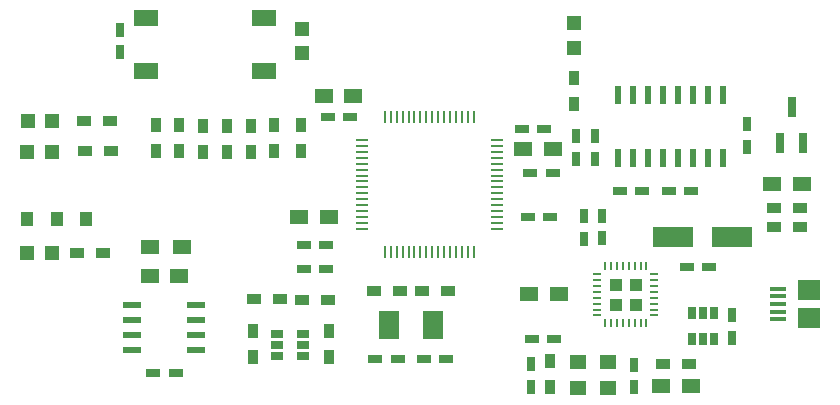
<source format=gtp>
G04 #@! TF.FileFunction,Paste,Top*
%FSLAX46Y46*%
G04 Gerber Fmt 4.6, Leading zero omitted, Abs format (unit mm)*
G04 Created by KiCad (PCBNEW 4.0.0-rc1-stable) date 08/11/2015 16:00:56*
%MOMM*%
G01*
G04 APERTURE LIST*
%ADD10C,0.100000*%
%ADD11R,1.500000X1.250000*%
%ADD12R,0.750000X1.200000*%
%ADD13R,1.200000X0.750000*%
%ADD14R,1.198880X1.198880*%
%ADD15R,3.500120X1.800860*%
%ADD16R,0.650000X1.060000*%
%ADD17R,0.700000X0.250000*%
%ADD18R,0.250000X0.700000*%
%ADD19R,1.035000X1.035000*%
%ADD20R,1.000000X1.200000*%
%ADD21R,1.400000X1.200000*%
%ADD22R,1.900000X1.800000*%
%ADD23R,1.350000X0.400000*%
%ADD24R,0.800100X1.800860*%
%ADD25R,0.900000X1.200000*%
%ADD26R,1.200000X0.900000*%
%ADD27R,1.500000X1.300000*%
%ADD28R,2.100000X1.400000*%
%ADD29R,1.060000X0.650000*%
%ADD30R,1.550000X0.600000*%
%ADD31R,0.600000X1.500000*%
%ADD32R,0.250000X1.000000*%
%ADD33R,1.000000X0.250000*%
%ADD34R,1.700000X2.400000*%
G04 APERTURE END LIST*
D10*
D11*
X184718640Y-95834200D03*
X187218640Y-95834200D03*
D12*
X181330600Y-106954280D03*
X181330600Y-108854280D03*
X164266880Y-111114800D03*
X164266880Y-113014800D03*
D11*
X175330800Y-112963960D03*
X177830800Y-112963960D03*
X166654800Y-105140760D03*
X164154800Y-105140760D03*
D12*
X173004480Y-111135120D03*
X173004480Y-113035120D03*
X170322240Y-100446880D03*
X170322240Y-98546880D03*
D13*
X177485000Y-102880160D03*
X179385000Y-102880160D03*
X166283680Y-108950760D03*
X164383680Y-108950760D03*
D12*
X168788080Y-100472280D03*
X168788080Y-98572280D03*
X129473960Y-84714120D03*
X129473960Y-82814120D03*
D13*
X153012180Y-110675420D03*
X151112180Y-110675420D03*
X155226980Y-110675420D03*
X157126980Y-110675420D03*
D11*
X134523800Y-103657400D03*
X132023800Y-103657400D03*
D13*
X134223800Y-111871760D03*
X132323800Y-111871760D03*
X171836040Y-96433640D03*
X173736040Y-96433640D03*
X175986400Y-96433640D03*
X177886400Y-96433640D03*
D12*
X169738040Y-91810800D03*
X169738040Y-93710800D03*
X182559960Y-90779560D03*
X182559960Y-92679560D03*
X168087040Y-91810800D03*
X168087040Y-93710800D03*
D11*
X163631560Y-92857320D03*
X166131560Y-92857320D03*
X149250720Y-88376760D03*
X146750720Y-88376760D03*
D13*
X147076120Y-90164920D03*
X148976120Y-90164920D03*
X164251600Y-94894400D03*
X166151600Y-94894400D03*
X145049200Y-101041200D03*
X146949200Y-101041200D03*
X165420080Y-91216480D03*
X163520080Y-91216480D03*
X146949200Y-103063040D03*
X145049200Y-103063040D03*
X165938240Y-98618040D03*
X164038240Y-98618040D03*
D11*
X147173000Y-98602800D03*
X144673000Y-98602800D03*
D14*
X144927320Y-82689700D03*
X144927320Y-84787740D03*
D15*
X176347120Y-100304600D03*
X181345840Y-100304600D03*
D14*
X121638060Y-101701600D03*
X123736100Y-101701600D03*
X167944800Y-82237580D03*
X167944800Y-84335620D03*
X121673620Y-90525600D03*
X123771660Y-90525600D03*
X121663460Y-93151960D03*
X123761500Y-93151960D03*
D16*
X179796480Y-106804280D03*
X178846480Y-106804280D03*
X177896480Y-106804280D03*
X177896480Y-109004280D03*
X179796480Y-109004280D03*
X178846480Y-109004280D03*
D17*
X174728840Y-106982200D03*
X174728840Y-106482200D03*
X174728840Y-105982200D03*
X174728840Y-105482200D03*
X174728840Y-104982200D03*
X174728840Y-104482200D03*
X174728840Y-103982200D03*
X174728840Y-103482200D03*
D18*
X174078840Y-102832200D03*
X173578840Y-102832200D03*
X173078840Y-102832200D03*
X172578840Y-102832200D03*
X172078840Y-102832200D03*
X171578840Y-102832200D03*
X171078840Y-102832200D03*
X170578840Y-102832200D03*
D17*
X169928840Y-103482200D03*
X169928840Y-103982200D03*
X169928840Y-104482200D03*
X169928840Y-104982200D03*
X169928840Y-105482200D03*
X169928840Y-105982200D03*
X169928840Y-106482200D03*
X169928840Y-106982200D03*
D18*
X170578840Y-107632200D03*
X171078840Y-107632200D03*
X171578840Y-107632200D03*
X172078840Y-107632200D03*
X172578840Y-107632200D03*
X173078840Y-107632200D03*
X173578840Y-107632200D03*
X174078840Y-107632200D03*
D19*
X171466340Y-104369700D03*
X171466340Y-106094700D03*
X173191340Y-104369700D03*
X173191340Y-106094700D03*
D20*
X124165360Y-98851720D03*
X126665360Y-98851720D03*
X121665360Y-98851720D03*
D21*
X170820080Y-110944480D03*
X170820080Y-113144480D03*
X168280080Y-110944480D03*
X168280080Y-113144480D03*
D22*
X187871100Y-104856900D03*
D23*
X185196100Y-106006900D03*
X185196100Y-106656900D03*
X185196100Y-107306900D03*
X185196100Y-105356900D03*
X185196100Y-104706900D03*
D22*
X187871100Y-107156900D03*
D24*
X185409800Y-92362020D03*
X187309800Y-92362020D03*
X186359800Y-89359740D03*
D25*
X144820640Y-93037840D03*
X144820640Y-90837840D03*
D26*
X184868640Y-99517200D03*
X187068640Y-99517200D03*
X187104200Y-97881440D03*
X184904200Y-97881440D03*
D25*
X165948360Y-110853040D03*
X165948360Y-113053040D03*
D26*
X177680800Y-111064040D03*
X175480800Y-111064040D03*
X143040280Y-105608120D03*
X140840280Y-105608120D03*
D25*
X140731240Y-110482560D03*
X140731240Y-108282560D03*
X147208240Y-108323200D03*
X147208240Y-110523200D03*
D26*
X128089840Y-101701600D03*
X125889840Y-101701600D03*
D25*
X167965120Y-89085600D03*
X167965120Y-86885600D03*
D26*
X128658800Y-90490040D03*
X126458800Y-90490040D03*
X128760400Y-93014800D03*
X126560400Y-93014800D03*
X151040920Y-104881680D03*
X153240920Y-104881680D03*
X157304920Y-104896920D03*
X155104920Y-104896920D03*
D27*
X134735560Y-101142800D03*
X132035560Y-101142800D03*
D25*
X136550400Y-90914040D03*
X136550400Y-93114040D03*
X132588000Y-90873400D03*
X132588000Y-93073400D03*
X134533640Y-90873400D03*
X134533640Y-93073400D03*
X140553440Y-90914040D03*
X140553440Y-93114040D03*
X138572240Y-90914040D03*
X138572240Y-93114040D03*
X142534640Y-93073400D03*
X142534640Y-90873400D03*
D26*
X144894120Y-105633520D03*
X147094120Y-105633520D03*
D28*
X131677400Y-86298600D03*
X131677400Y-81798600D03*
X141677400Y-86298600D03*
X141677400Y-81798600D03*
D29*
X142831640Y-108508760D03*
X142831640Y-109458760D03*
X142831640Y-110408760D03*
X145031640Y-110408760D03*
X145031640Y-108508760D03*
X145031640Y-109458760D03*
D30*
X135917920Y-109865160D03*
X135917920Y-108595160D03*
X135917920Y-107325160D03*
X135917920Y-106055160D03*
X130517920Y-106055160D03*
X130517920Y-107325160D03*
X130517920Y-108595160D03*
X130517920Y-109865160D03*
D31*
X171688760Y-93672640D03*
X172958760Y-93672640D03*
X174228760Y-93672640D03*
X175498760Y-93672640D03*
X176768760Y-93672640D03*
X178038760Y-93672640D03*
X179308760Y-93672640D03*
X180578760Y-93672640D03*
X180578760Y-88272640D03*
X179308760Y-88272640D03*
X178038760Y-88272640D03*
X176768760Y-88272640D03*
X175498760Y-88272640D03*
X174228760Y-88272640D03*
X172958760Y-88272640D03*
X171688760Y-88272640D03*
D32*
X151936760Y-101585000D03*
X152436760Y-101585000D03*
X152936760Y-101585000D03*
X153436760Y-101585000D03*
X153936760Y-101585000D03*
X154436760Y-101585000D03*
X154936760Y-101585000D03*
X155436760Y-101585000D03*
X155936760Y-101585000D03*
X156436760Y-101585000D03*
X156936760Y-101585000D03*
X157436760Y-101585000D03*
X157936760Y-101585000D03*
X158436760Y-101585000D03*
X158936760Y-101585000D03*
X159436760Y-101585000D03*
D33*
X161386760Y-99635000D03*
X161386760Y-99135000D03*
X161386760Y-98635000D03*
X161386760Y-98135000D03*
X161386760Y-97635000D03*
X161386760Y-97135000D03*
X161386760Y-96635000D03*
X161386760Y-96135000D03*
X161386760Y-95635000D03*
X161386760Y-95135000D03*
X161386760Y-94635000D03*
X161386760Y-94135000D03*
X161386760Y-93635000D03*
X161386760Y-93135000D03*
X161386760Y-92635000D03*
X161386760Y-92135000D03*
D32*
X159436760Y-90185000D03*
X158936760Y-90185000D03*
X158436760Y-90185000D03*
X157936760Y-90185000D03*
X157436760Y-90185000D03*
X156936760Y-90185000D03*
X156436760Y-90185000D03*
X155936760Y-90185000D03*
X155436760Y-90185000D03*
X154936760Y-90185000D03*
X154436760Y-90185000D03*
X153936760Y-90185000D03*
X153436760Y-90185000D03*
X152936760Y-90185000D03*
X152436760Y-90185000D03*
X151936760Y-90185000D03*
D33*
X149986760Y-92135000D03*
X149986760Y-92635000D03*
X149986760Y-93135000D03*
X149986760Y-93635000D03*
X149986760Y-94135000D03*
X149986760Y-94635000D03*
X149986760Y-95135000D03*
X149986760Y-95635000D03*
X149986760Y-96135000D03*
X149986760Y-96635000D03*
X149986760Y-97135000D03*
X149986760Y-97635000D03*
X149986760Y-98135000D03*
X149986760Y-98635000D03*
X149986760Y-99135000D03*
X149986760Y-99635000D03*
D34*
X155977200Y-107777280D03*
X152277200Y-107777280D03*
M02*

</source>
